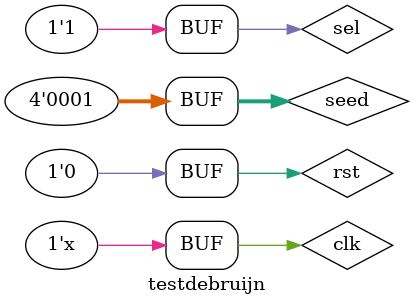
<source format=v>
`timescale 1ns / 1ps


module testdebruijn;

	// Inputs
	reg [3:0] seed;
	reg rst;
	reg sel;
	reg clk;

	// Outputs
	wire [3:0] state;
	always begin #20 clk = ~clk; end
	// Instantiate the Unit Under Test (UUT)
	debruijn uut (
		.seed(seed), 
		.rst(rst), 
		.sel(sel), 
		.clk(clk), 
		.state(state)
	);

	initial begin
		// Initialize Inputs
		seed = 1;
		rst = 1;
		sel = 1;
		clk = 0;

		// Wait 100 ns for global reset to finish
		#1;
      rst = 0;
		sel = 0;
		
		#20;
		sel = 1;
		// Add stimulus here

	end
      
endmodule


</source>
